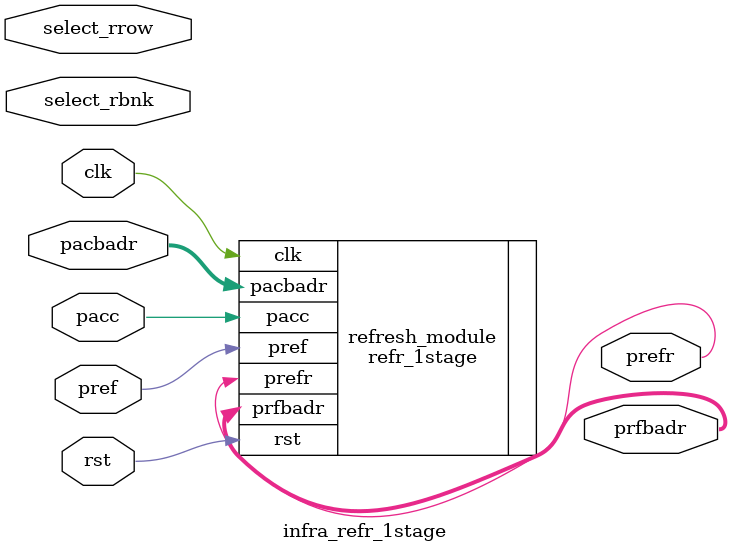
<source format=v>
module infra_refr_1stage (clk, rst, 
			  pref, pacc, pacbadr, prefr, prfbadr,
			  select_rbnk, select_rrow);

  parameter NUMRBNK = 8;
  parameter BITRBNK = 3;
  parameter REFLOPW = 0;
  parameter NUMRROW = 16;
  parameter BITRROW = 4;
  parameter REFFREQ = 10;
  parameter REFFRHF = 0;

  input                           pref;
  input                           pacc ;
  input [BITRBNK-1:0]             pacbadr;
  output                          prefr;
  output [BITRBNK-1:0]            prfbadr;

  input clk;
  input rst;

  input [BITRBNK-1:0] select_rbnk;
  input [BITRROW-1:0] select_rrow;

  refr_1stage #(.NUMRBNK (NUMRBNK), .BITRBNK (BITRBNK), .REFLOPW (REFLOPW))
    refresh_module (.clk (clk),
                    .rst (rst),
                    .pref (pref),
                    .pacc (pacc),
                    .pacbadr (pacbadr),
                    .prefr (prefr),
                    .prfbadr (prfbadr));

`ifdef FORMAL
assume_select_rbnk_range: assume property (@(posedge clk) disable iff (rst) (select_rbnk < NUMRBNK));
assume_select_rbnk_stable: assume property (@(posedge clk) disable iff (rst) $stable(select_rbnk));
assume_select_rrow_range: assume property (@(posedge clk) disable iff (rst) (select_rrow < NUMRROW));
assume_select_rrow_stable: assume property (@(posedge clk) disable iff (rst) $stable(select_rrow));

ip_top_sva_refr_1stage 
    #(
     .NUMRBNK     (NUMRBNK),
     .BITRBNK     (BITRBNK),
     .REFLOPW     (REFLOPW),
     .NUMRROW     (NUMRROW),
     .BITRROW     (BITRROW),
     .REFFREQ     (REFFREQ),
     .REFFRHF     (REFFRHF))
ip_top_sva (.*);

ip_top_sva_2_refr_1stage 
    #(
     .NUMRBNK     (NUMRBNK),
     .BITRBNK     (BITRBNK),
     .REFFREQ     (REFFREQ),
     .REFFRHF     (REFFRHF))
ip_top_sva_2 (.*);

`elsif SIM_SVA

genvar sva_int;
// generate for (sva_int=0; sva_int<WIDTH; sva_int=sva_int+1) begin
generate for (sva_int=0; sva_int<1; sva_int=sva_int+1) begin: sva_loop
  wire [BITRBNK-1:0] help_rbnk = sva_int;
  wire [BITRROW-1:0] help_rrow = sva_int;
ip_top_sva_refr_1stage 
    #(
     .NUMRBNK     (NUMRBNK),
     .BITRBNK     (BITRBNK),
     .REFLOPW     (REFLOPW),
     .NUMRROW     (NUMRROW),
     .BITRROW     (BITRROW),
     .REFFREQ     (REFFREQ),
     .REFFRHF     (REFFRHF))
ip_top_sva (.select_rbnk(help_rbnk), .select_rrow(help_rrow), .*);
end
endgenerate

ip_top_sva_2_refr_1stage 
    #(
     .NUMRBNK     (NUMRBNK),
     .BITRBNK     (BITRBNK),
     .REFFREQ     (REFFREQ),
     .REFFRHF     (REFFRHF))
ip_top_sva_2 (.*);

`endif

endmodule

</source>
